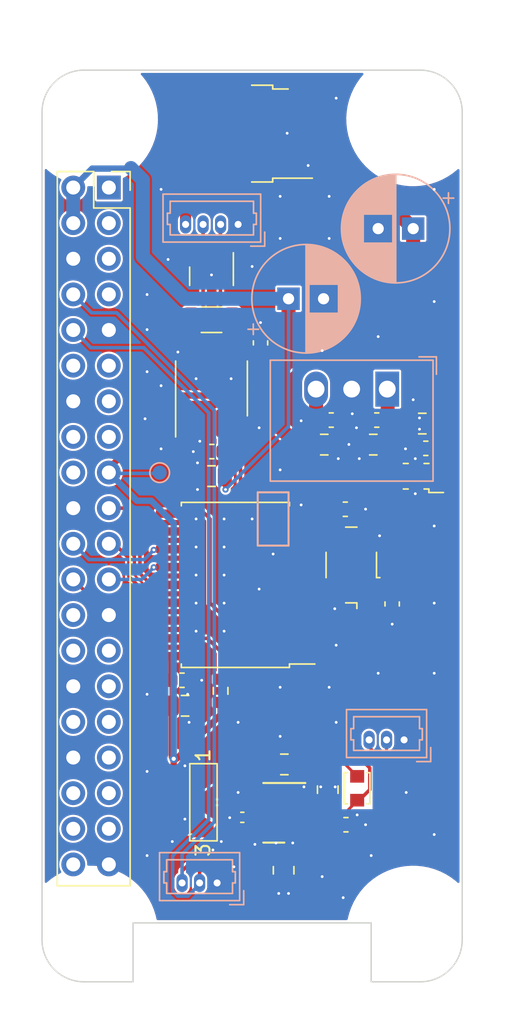
<source format=kicad_pcb>
(kicad_pcb (version 20211014) (generator pcbnew)
  (layers (0 "F.Cu" power) (1 "In1.Cu" signal) (2 "In2.Cu" signal) (31 "B.Cu" power) (34 "B.Paste" user) (35 "F.Paste" user) (36 "B.SilkS" user "B.Silkscreen") (37 "F.SilkS" user "F.Silkscreen") (38 "B.Mask" user) (39 "F.Mask" user) (44 "Edge.Cuts" user))
  (net 0 "")
  (net 1 "/+12_F")
  (net 2 "GND")
  (net 3 "/OSC_IN")
  (net 4 "/OSC_OUT")
  (net 5 "+3V3")
  (net 6 "+12V")
  (net 7 "+5V")
  (net 8 "Net-(C17-Pad1)")
  (net 9 "Net-(C17-Pad2)")
  (net 10 "Net-(C18-Pad2)")
  (net 11 "Net-(C19-Pad2)")
  (net 12 "/CAN_L")
  (net 13 "/CAN_H")
  (net 14 "/RX")
  (net 15 "/TX")
  (net 16 "/12V_IN")
  (net 20 "/RTS")
  (net 26 "/SPI_MOSI")
  (net 27 "/SPI_MISO")
  (net 28 "/INT")
  (net 29 "/SPI_SCLK")
  (net 30 "/SPI_CE0")
  (net 39 "/CTS")
  (net 43 "/RSRX")
  (net 44 "/RSTX")
  (net 45 "Net-(JP1-Pad2)")
  (net 46 "/~{RESET}")
  (net 47 "/CAN_TX")
  (net 48 "/CAN_RX")
  (footprint "Package_DFN_QFN:DFN-12-1EP_3x4mm_P0.5mm_EP1.7x3.3mm" (layer "F.Cu") (at 17.3 52.95 180)
    (fp_text reference "U4" hide)
    (fp_text value "LTC280X" hide)
  )
  (footprint "Inductor_SMD:L_Murata_LQH2MCNxxxx02_2.0x1.6mm" (layer "F.Cu") (at 22.5 51.2 -90)
    (fp_text reference "L1" hide)
    (fp_text value "10u" hide)
  )
  (footprint "Resistor_SMD:R_0603_1608Metric" (layer "F.Cu") (at 12.75 44.255463 90)
    (fp_text reference "R2" hide)
    (fp_text value "10k" hide)
  )
  (footprint "Capacitor_SMD:C_0805_2012Metric" (layer "F.Cu") (at 23.65 26.7 180)
    (fp_text reference "C7" hide)
    (fp_text value "4.7uF / 35V" hide)
  )
  (footprint "Capacitor_SMD:C_0603_1608Metric" (layer "F.Cu") (at 23.9 24.95 180)
    (fp_text reference "C8" hide)
    (fp_text value "100nF / 35V" hide)
  )
  (footprint "Capacitor_SMD:C_0805_2012Metric" (layer "F.Cu") (at 12.100095 28.946257)
    (fp_text reference "C9" hide)
    (fp_text value "4.7uF / 10V" hide)
  )
  (footprint "Capacitor_SMD:C_0603_1608Metric" (layer "F.Cu") (at 21.653299 31.308178)
    (fp_text reference "C3" hide)
    (fp_text value "22pF / 10V" hide)
  )
  (footprint "Capacitor_SMD:C_0603_1608Metric" (layer "F.Cu") (at 20.65 24.95)
    (fp_text reference "C13" hide)
    (fp_text value "100nF / 10V" hide)
  )
  (footprint "Capacitor_SMD:C_0805_2012Metric" (layer "F.Cu") (at 20.15 26.7 180)
    (fp_text reference "C14" hide)
    (fp_text value "4.7uF / 10V" hide)
  )
  (footprint "Package_SO:SOIC-18W_7.5x11.6mm_P1.27mm" (layer "F.Cu") (at 13.804402 36.702492 180)
    (fp_text reference "U2" hide)
    (fp_text value "MCP2515-xSO" hide)
  )
  (footprint "Capacitor_SMD:C_0603_1608Metric" (layer "F.Cu") (at 27.4 26.965 180)
    (fp_text reference "C5" hide)
    (fp_text value "100nF / 35V" hide)
  )
  (footprint "ownLib:Crystal_SMD_Abracon_ABM3B-4Pin_5.0x3.2mm" (layer "F.Cu") (at 22.079969 35.282723 90)
    (fp_text reference "Y1" hide)
    (fp_text value "16MHz" hide)
  )
  (footprint "Resistor_SMD:R_1206_3216Metric" (layer "F.Cu") (at 12.100095 17.796257)
    (fp_text reference "R1" hide)
    (fp_text value "120R" hide)
  )
  (footprint "Capacitor_SMD:C_0603_1608Metric" (layer "F.Cu") (at 12.125095 27.196257)
    (fp_text reference "C10" hide)
    (fp_text value "100nF / 10V" hide)
  )
  (footprint "Capacitor_SMD:C_0402_1005Metric" (layer "F.Cu") (at 14.299532 53.273825)
    (fp_text reference "C16" hide)
    (fp_text value "220nF / 6.3 V" hide)
  )
  (footprint "Package_TO_SOT_SMD:SOT-23" (layer "F.Cu") (at 12.100095 14.696257 -90)
    (fp_text reference "D1" hide)
    (fp_text value "PESD2CAN" hide)
  )
  (footprint "Capacitor_SMD:C_0805_2012Metric" (layer "F.Cu") (at 27.15 25.2)
    (fp_text reference "C2" hide)
    (fp_text value "4.7uF / 35V" hide)
  )
  (footprint "Capacitor_SMD:C_0603_1608Metric" (layer "F.Cu") (at 21.7 53.8)
    (fp_text reference "C20" hide)
    (fp_text value "1uF / 10 V" hide)
  )
  (footprint "Capacitor_SMD:C_0603_1608Metric" (layer "F.Cu") (at 24.997939 38.060301 -90)
    (fp_text reference "C4" hide)
    (fp_text value "22pF / 10V" hide)
  )
  (footprint "Capacitor_SMD:C_0805_2012Metric" (layer "F.Cu") (at 10.215714 45.319496 180)
    (fp_text reference "C11" hide)
    (fp_text value "4.7uF / 10V" hide)
  )
  (footprint "ownLib:Raspberry_Pi_Zero_RightDesign" (layer "F.Cu") (at 0 0)
    (fp_text reference "J3" hide)
    (fp_text value "Raspberry_Pi_2_3" hide)
    (fp_line (start 30 62) (end 30 3) (layer "Edge.Cuts") (width 0.1))
    (fp_line (start 23.5 65) (end 27 65) (layer "Edge.Cuts") (width 0.1))
    (fp_line (start 6.5 60.8) (end 6.5 65) (layer "Edge.Cuts") (width 0.1))
    (fp_line (start 6.5 65) (end 3 65) (layer "Edge.Cuts") (width 0.1))
    (fp_line (start 6.5 60.8) (end 23.5 60.8) (layer "Edge.Cuts") (width 0.1))
    (fp_line (start 0 62) (end 0 3) (layer "Edge.Cuts") (width 0.1))
    (fp_line (start 23.5 65) (end 23.5 60.8) (layer "Edge.Cuts") (width 0.1))
    (fp_line (start 3 0) (end 27 0) (layer "Edge.Cuts") (width 0.1))
    (fp_arc (start 27 0) (mid 29.12132 0.87868) (end 30 3) (layer "Edge.Cuts") (width 0.1))
    (fp_arc (start 30 62) (mid 29.12132 64.12132) (end 27 65) (layer "Edge.Cuts") (width 0.1))
    (fp_arc (start 0 3) (mid 0.87868 0.87868) (end 3 0) (layer "Edge.Cuts") (width 0.1))
    (fp_arc (start 3 65) (mid 0.87868 64.12132) (end 0 62) (layer "Edge.Cuts") (width 0.1))
  )
  (footprint "Capacitor_SMD:C_0805_2012Metric" (layer "F.Cu") (at 17.3 49.5)
    (fp_text reference "C17" hide)
    (fp_text value "220nF / 50 V" hide)
  )
  (footprint "Package_SO:SOIC-8_3.9x4.9mm_P1.27mm" (layer "F.Cu") (at 12.100095 22.696257 90)
    (fp_text reference "U1" hide)
    (fp_text value "MCP2558FD-xSN" hide)
  )
  (footprint "Jumper:SolderJumper-3_P2.0mm_Open_TrianglePad1.0x1.5mm_NumberLabels" (layer "F.Cu") (at 11.5 52.2 -90)
    (fp_text reference "JP1" hide)
    (fp_text value "Jumper_3_Open" hide)
  )
  (footprint "Capacitor_SMD:C_0603_1608Metric" (layer "F.Cu") (at 15.600095 19.446257 90)
    (fp_text reference "C6" hide)
    (fp_text value "100nF / 10V" hide)
  )
  (footprint "Capacitor_SMD:C_0805_2012Metric" (layer "F.Cu") (at 20.4 51.3 -90)
    (fp_text reference "C19" hide)
    (fp_text value "1uF / 24V" hide)
  )
  (footprint "Package_TO_SOT_SMD:TO-252-2" (layer "F.Cu") (at 14 4.525 180)
    (fp_text reference "Q1" hide)
    (fp_text value "FDD4243" hide)
  )
  (footprint "Capacitor_SMD:C_0805_2012Metric" (layer "F.Cu") (at 17.249286 57.048788 90)
    (fp_text reference "C18" hide)
    (fp_text value "1uF / 24V" hide)
  )
  (footprint "ownLib:3Pole_F1206" (layer "F.Cu") (at 26.71 28.955 180)
    (fp_text reference "FL1" hide)
    (fp_text value "EMI_Filter_LCL" hide)
  )
  (footprint "Capacitor_SMD:C_0603_1608Metric" (layer "F.Cu") (at 10 43.5 180)
    (fp_text reference "C12" hide)
    (fp_text value "100nF / 10V" hide)
  )
  (footprint "TestPoint:TestPoint_Pad_D1.0mm" (layer "B.Cu") (at 8.4 28.7 90)
    (fp_text reference "TP1" hide)
    (fp_text value "+3V3" hide)
  )
  (footprint "TestPoint:TestPoint_Keystone_5015_Micro-Minature" (layer "B.Cu") (at 16.5 32 -90)
    (fp_text reference "TP2" hide)
    (fp_text value "GND" hide)
  )
  (footprint "Converter_DCDC:Converter_DCDC_RECOM_R-78B-2.0_THT" (layer "B.Cu") (at 24.6475 22.7425 180)
    (fp_text reference "U3" hide)
    (fp_text value "R-78B5.0-2.0" hide)
  )
  (footprint "Connector_Molex:Molex_PicoBlade_53047-0310_1x03_P1.25mm_Vertical" (layer "B.Cu") (at 25.85 47.75 180)
    (fp_text reference "J4" hide)
    (fp_text value "Uart" hide)
  )
  (footprint "Capacitor_THT:CP_Radial_D7.5mm_P2.50mm" (layer "B.Cu") (at 26.5 11.3 180)
    (fp_text reference "C1" hide)
    (fp_text value "100uF / 35V" hide)
  )
  (footprint "Capacitor_THT:CP_Radial_D7.5mm_P2.50mm" (layer "B.Cu") (at 17.6 16.3)
    (fp_text reference "C15" hide)
    (fp_text value "470uF / 10V" hide)
  )
  (footprint "Connector_Molex:Molex_PicoBlade_53047-0410_1x04_P1.25mm_Vertical" (layer "B.Cu") (at 14 11 180)
    (fp_text reference "J2" hide)
    (fp_text value "Conn_01x04_MountingPin" hide)
  )
  (footprint "Connector_Molex:Molex_PicoBlade_53047-0310_1x03_P1.25mm_Vertical" (layer "B.Cu") (at 12.5 57.95 180)
    (fp_text reference "J1" hide)
    (fp_text value "Uart" hide)
  )
  (segment (start 28.175 26.965) (end 28.175 28.92) (width 1) (layer "F.Cu") (net 1))
  (segment (start 26.5 18.3) (end 28.1 19.9) (width 1) (layer "F.Cu") (net 1))
  (segment (start 18.2 2.245) (end 18.2 3.845) (width 1) (layer "F.Cu") (net 1))
  (segment (start 28.175 28.92) (end 28.21 28.955) (width 1) (layer "F.Cu") (net 1))
  (segment (start 18.2 3.845) (end 23.355 9) (width 1) (layer "F.Cu") (net 1))
  (segment (start 26.5 11.3) (end 26.5 18.3) (width 1) (layer "F.Cu") (net 1))
  (segment (start 23.355 9) (end 24.2 9) (width 1) (layer "F.Cu") (net 1))
  (segment (start 28.1 26.89) (end 28.175 26.965) (width 1) (layer "F.Cu") (net 1))
  (segment (start 28.1 25.2) (end 28.1 26.89) (width 1) (layer "F.Cu") (net 1))
  (segment (start 24.2 9) (end 26.5 11.3) (width 1) (layer "F.Cu") (net 1))
  (segment (start 28.1 19.9) (end 28.1 25.2) (width 1) (layer "F.Cu") (net 1))
  (segment (start 24 11.3) (end 23.938606 11.361394) (width 1) (layer "F.Cu") (net 2))
  (via (at 13 34) (size 0.45) (drill 0.2) (layers "F.Cu" "B.Cu") (net 2))
  (via (at 18.5 25) (size 0.45) (drill 0.2) (layers "F.Cu" "B.Cu") (net 2))
  (via (at 20 20) (size 0.45) (drill 0.2) (layers "F.Cu" "B.Cu") (net 2))
  (via (at 21 46.5) (size 0.45) (drill 0.2) (layers "F.Cu" "B.Cu") (net 2))
  (via (at 10.4 44.5) (size 0.45) (drill 0.2) (layers "F.Cu" "B.Cu") (net 2))
  (via (at 15.5 37) (size 0.45) (drill 0.2) (layers "F.Cu" "B.Cu") (net 2))
  (via (at 15 32) (size 0.45) (drill 0.2) (layers "F.Cu" "B.Cu") (net 2))
  (via (at 21 2) (size 0.45) (drill 0.2) (layers "F.Cu" "B.Cu") (net 2))
  (via (at 28 43) (size 0.45) (drill 0.2) (layers "F.Cu" "B.Cu") (net 2))
  (via (at 7.5 16) (size 0.45) (drill 0.2) (layers "F.Cu" "B.Cu") (net 2))
  (via (at 7.5 56) (size 0.45) (drill 0.2) (layers "F.Cu" "B.Cu") (net 2))
  (via (at 21.15 27.7) (size 0.45) (drill 0.2) (layers "F.Cu" "B.Cu") (net 2))
  (via (at 26.65 27.7) (size 0.45) (drill 0.2) (layers "F.Cu" "B.Cu") (net 2))
  (via (at 16.9 58.7) (size 0.45) (drill 0.2) (layers "F.Cu" "B.Cu") (net 2))
  (via (at 24 43) (size 0.45) (drill 0.2) (layers "F.Cu" "B.Cu") (net 2))
  (via (at 25.95 27) (size 0.45) (drill 0.2) (layers "F.Cu" "B.Cu") (net 2))
  (via (at 12.1 14.6) (size 0.45) (drill 0.2) (layers "F.Cu" "B.Cu") (net 2))
  (via (at 11 34) (size 0.45) (drill 0.2) (layers "F.Cu" "B.Cu") (net 2))
  (via (at 11.1 29.9) (size 0.45) (drill 0.2) (layers "F.Cu" "B.Cu") (net 2))
  (via (at 17 47.5) (size 0.45) (drill 0.2) (layers "F.Cu" "B.Cu") (net 2))
  (via (at 18.5 31) (size 0.45) (drill 0.2) (layers "F.Cu" "B.Cu") (net 2))
  (via (at 11 40) (size 0.45) (drill 0.2) (layers "F.Cu" "B.Cu") (net 2))
  (via (at 19.899051 51.10085) (size 0.45) (drill 0.2) (layers "F.Cu" "B.Cu") (net 2))
  (via (at 20.9 38.4) (size 0.45) (drill 0.2) (layers "F.Cu" "B.Cu") (net 2))
  (via (at 17 9) (size 0.45) (drill 0.2) (layers "F.Cu" "B.Cu") (net 2))
  (via (at 11 22) (size 0.45) (drill 0.2) (layers "F.Cu" "B.Cu") (net 2))
  (via (at 11 36) (size 0.45) (drill 0.2) (layers "F.Cu" "B.Cu") (net 2))
  (via (at 11.4 43.5) (size 0.45) (drill 0.2) (layers "F.Cu" "B.Cu") (net 2))
  (via (at 14 51.5) (size 0.45) (drill 0.2) (layers "F.Cu" "B.Cu") (net 2))
  (via (at 13.5 22) (size 0.45) (drill 0.2) (layers "F.Cu" "B.Cu") (net 2))
  (via (at 7.5 44.5) (size 0.45) (drill 0.2) (layers "F.Cu" "B.Cu") (net 2))
  (via (at 21 41) (size 0.45) (drill 0.2) (layers "F.Cu" "B.Cu") (net 2))
  (via (at 11 38) (size 0.45) (drill 0.2) (layers "F.Cu" "B.Cu") (net 2))
  (via (at 8.5 8.5) (size 0.45) (drill 0.2) (layers "F.Cu" "B.Cu") (net 2))
  (via (at 17.5 4.5) (size 0.45) (drill 0.2) (layers "F.Cu" "B.Cu") (net 2))
  (via (at 11.1 28) (size 0.45) (drill 0.2) (layers "F.Cu" "B.Cu") (net 2))
  (via (at 7.5 18.5) (size 0.45) (drill 0.2) (layers "F.Cu" "B.Cu") (net 2))
  (via (at 16.5 34.5) (size 0.45) (drill 0.2) (layers "F.Cu" "B.Cu") (net 2))
  (via (at 28 54.5) (size 0.45) (drill 0.2) (layers "F.Cu" "B.Cu") (net 2))
  (via (at 18.7 51.1) (size 0.45) (drill 0.2) (layers "F.Cu" "B.Cu") (net 2))
  (via (at 8.5 22.5) (size 0.45) (drill 0.2) (layers "F.Cu" "B.Cu") (net 2))
  (via (at 9.7 20.1) (size 0.45) (drill 0.2) (layers "F.Cu" "B.Cu") (net 2))
  (via (at 13.7 56.8) (size 0.45) (drill 0.2) (layers "F.Cu" "B.Cu") (net 2))
  (via (at 16.7 55.1) (size 0.45) (drill 0.2) (layers "F.Cu" "B.Cu") (net 2))
  (via (at 11.264889 26.45848) (size 0.45) (drill 0.2) (layers "F.Cu" "B.Cu") (net 2))
  (via (at 17.6 58.7) (size 0.45) (drill 0.2) (layers "F.Cu" "B.Cu") (net 2))
  (via (at 13 36) (size 0.45) (drill 0.2) (layers "F.Cu" "B.Cu") (net 2))
  (via (at 28 8.5) (size 0.45) (drill 0.2) (layers "F.Cu" "B.Cu") (net 2))
  (via (at 21.91051 26.688676) (size 0.45) (drill 0.2) (layers "F.Cu" "B.Cu") (net 2))
  (via (at 12.8 55) (size 0.45) (drill 0.2) (layers "F.Cu" "B.Cu") (net 2))
  (via (at 11 32) (size 0.45) (drill 0.2) (layers "F.Cu" "B.Cu") (net 2))
  (via (at 13 40) (size 0.45) (drill 0.2) (layers "F.Cu" "B.Cu") (net 2))
  (via (at 28 38) (size 0.45) (drill 0.2) (layers "F.Cu" "B.Cu") (net 2))
  (via (at 22.45 25.5) (size 0.45) (drill 0.2) (layers "F.Cu" "B.Cu") (net 2))
  (via (at 13 32) (size 0.45) (drill 0.2) (layers "F.Cu" "B.Cu") (net 2))
  (via (at 7.5 21.5) (size 0.45) (drill 0.2) (layers "F.Cu" "B.Cu") (net 2))
  (via (at 24.1 33.2) (size 0.45) (drill 0.2) (layers "F.Cu" "B.Cu") (net 2))
  (via (at 7.5 50) (size 0.45) (drill 0.2) (layers "F.Cu" "B.Cu") (net 2))
  (via (at 9.3 55) (size 0.45) (drill 0.2) (layers "F.Cu" "B.Cu") (net 2))
  (via (at 15.2 55.2) (size 0.45) (drill 0.2) (layers "F.Cu" "B.Cu") (net 2))
  (via (at 20.929965 51.103651) (size 0.45) (drill 0.2) (layers "F.Cu" "B.Cu") (net 2))
  (via (at 8.5 27) (size 0.45) (drill 0.2) (layers "F.Cu" "B.Cu") (net 2))
  (via (at 15.5 25.5) (size 0.45) (drill 0.2) (layers "F.Cu" "B.Cu") (net 2))
  (via (at 17 44) (size 0.45) (drill 0.2) (layers "F.Cu" "B.Cu") (net 2))
  (via (at 22.65 27.7) (size 0.45) (drill 0.2) (layers "F.Cu" "B.Cu") (net 2))
  (via (at 17 12) (size 0.45) (drill 0.2) (layers "F.Cu" "B.Cu") (net 2))
  (via (at 20.5 9) (size 0.45) (drill 0.2) (layers "F.Cu" "B.Cu") (net 2))
  (via (at 21.5 59) (size 0.45) (drill 0.2) (layers "F.Cu" "B.Cu") (net 2))
  (via (at 20.5 12) (size 0.45) (drill 0.2) (layers "F.Cu" "B.Cu") (net 2))
  (via (at 20.5 44) (size 0.45) (drill 0.2) (layers "F.Cu" "B.Cu") (net 2))
  (via (at 15.6 18) (size 0.45) (drill 0.2) (layers "F.Cu" "B.Cu") (net 2))
  (via (at 12.2 55.6) (size 0.45) (drill 0.2) (layers "F.Cu" "B.Cu") (net 2))
  (via (at 9 13.5) (size 0.45) (drill 0.2) (layers "F.Cu" "B.Cu") (net 2))
  (via (at 7.356089 24.856089) (size 0.45) (drill 0.2) (layers "F.Cu" "B.Cu") (net 2))
  (via (at 19 6.8) (size 0.45) (drill 0.2) (layers "F.Cu" "B.Cu") (net 2))
  (via (at 28 32.5) (size 0.45) (drill 0.2) (layers "F.Cu" "B.Cu") (net 2))
  (via (at 15 14) (size 0.45) (drill 0.2) (layers "F.Cu" "B.Cu") (net 2))
  (via (at 13 38) (size 0.45) (drill 0.2) (layers "F.Cu" "B.Cu") (net 2))
  (via (at 13.4 53.3) (size 0.45) (drill 0.2) (layers "F.Cu" "B.Cu") (net 2))
  (via (at 23.1 31.3) (size 0.45) (drill 0.2) (layers "F.Cu" "B.Cu") (net 2))
  (via (at 24 19) (size 0.45) (drill 0.2) (layers "F.Cu" "B.Cu") (net 2))
  (via (at 17.9 55.1) (size 0.45) (drill 0.2) (layers "F.Cu" "B.Cu") (net 2))
  (via (at 10.5 46.5) (size 0.45) (drill 0.2) (layers "F.Cu" "B.Cu") (net 2))
  (via (at 26.95 24.8) (size 0.45) (drill 0.2) (layers "F.Cu" "B.Cu") (net 2))
  (via (at 25 39.5) (size 0.45) (drill 0.2) (layers "F.Cu" "B.Cu") (net 2))
  (via (at 26 51.5) (size 0.45) (drill 0.2) (layers "F.Cu" "B.Cu") (net 2))
  (via (at 26.95 25.6) (size 0.45) (drill 0.2) (layers "F.Cu" "B.Cu") (net 2))
  (via (at 20 57.5) (size 0.45) (drill 0.2) (layers "F.Cu" "B.Cu") (net 2))
  (via (at 26.65 30.2) (size 0.45) (drill 0.2) (layers "F.Cu" "B.Cu") (net 2))
  (via (at 14 46.5) (size 0.45) (drill 0.2) (layers "F.Cu" "B.Cu") (net 2))
  (via (at 22.5 53.1) (size 0.45) (drill 0.2) (layers "F.Cu" "B.Cu") (net 2))
  (via (at 23.1 53.8) (size 0.45) (drill 0.2) (layers "F.Cu" "B.Cu") (net 2))
  (via (at 28 16.5) (size 0.45) (drill 0.2) (layers "F.Cu" "B.Cu") (net 2))
  (via (at 10.2 49.6) (size 0.45) (drill 0.2) (layers "F.Cu" "B.Cu") (net 2))
  (via (at 10.8 27.2) (size 0.45) (drill 0.2) (layers "F.Cu" "B.Cu") (net 2))
  (via (at 26.5 23.5) (size 0.45) (drill 0.2) (layers "F.Cu" "B.Cu") (net 2))
  (via (at 23.5 56) (size 0.45) (drill 0.2) (layers "F.Cu" "B.Cu") (net 2))
  (via (at 17 28.5) (size 0.45) (drill 0.2) (layers "F.Cu" "B.Cu") (net 2))
  (via (at 22.15 24.5) (size 0.45) (drill 0.2) (layers "F.Cu" "B.Cu") (net 2))
  (via (at 10.2 53.4) (size 0.45) (drill 0.2) (layers "F.Cu" "B.Cu") (net 2))
  (segment (start 20.082723 33.282723) (end 20.879969 33.282723) (width 0.25) (layer "F.Cu") (net 3))
  (segment (start 20.878299 33.281053) (end 20.879969 33.282723) (width 0.25) (layer "F.Cu") (net 3))
  (segment (start 20.878299 31.308178) (end 20.878299 33.281053) (width 0.25) (layer "F.Cu") (net 3))
  (segment (start 18.454402 32.892492) (end 19.692492 32.892492) (width 0.25) (layer "F.Cu") (net 3))
  (segment (start 19.692492 32.892492) (end 20.082723 33.282723) (width 0.25) (layer "F.Cu") (net 3))
  (segment (start 19.9 38.4) (end 19.9 34.4) (width 0.25) (layer "F.Cu") (net 4))
  (segment (start 24.995361 37.282723) (end 24.997939 37.285301) (width 0.25) (layer "F.Cu") (net 4))
  (segment (start 20.7 39.2) (end 19.9 38.4) (width 0.25) (layer "F.Cu") (net 4))
  (segment (start 23.279969 38.820031) (end 22.9 39.2) (width 0.25) (layer "F.Cu") (net 4))
  (segment (start 19.662492 34.162492) (end 18.454402 34.162492) (width 0.25) (layer "F.Cu") (net 4))
  (segment (start 22.9 39.2) (end 20.7 39.2) (width 0.25) (layer "F.Cu") (net 4))
  (segment (start 19.9 34.4) (end 19.662492 34.162492) (width 0.25) (layer "F.Cu") (net 4))
  (segment (start 23.279969 37.282723) (end 23.279969 38.820031) (width 0.25) (layer "F.Cu") (net 4))
  (segment (start 23.279969 37.282723) (end 24.995361 37.282723) (width 0.25) (layer "F.Cu") (net 4))
  (segment (start 9.265714 45.319496) (end 9.265714 48.965714) (width 0.45) (layer "F.Cu") (net 5))
  (segment (start 14.779532 53.273825) (end 15.226175 53.273825) (width 0.25) (layer "F.Cu") (net 5))
  (segment (start 9.4 53.7) (end 9.9 54.2) (width 0.45) (layer "F.Cu") (net 5))
  (segment (start 15.226175 53.273825) (end 15.3 53.2) (width 0.25) (layer "F.Cu") (net 5))
  (segment (start 9.154402 43.429402) (end 9.225 43.5) (width 0.25) (layer "F.Cu") (net 5))
  (segment (start 9.6 49.1) (end 9.4 49.1) (width 0.45) (layer "F.Cu") (net 5))
  (segment (start 15.600095 22.499905) (end 14.9 23.2) (width 0.45) (layer "F.Cu") (net 5))
  (segment (start 9.9 54.2) (end 11.5 54.2) (width 0.45) (layer "F.Cu") (net 5))
  (segment (start 11.5 54.2) (end 13.853357 54.2) (width 0.25) (layer "F.Cu") (net 5))
  (segment (start 9.225 43.5) (end 9.225 45.278782) (width 0.25) (layer "F.Cu") (net 5))
  (segment (start 9.225 45.278782) (end 9.265714 45.319496) (width 0.25) (layer "F.Cu") (net 5))
  (segment (start 4.77 28.4) (end 4.77 28.69) (width 0.45) (layer "F.Cu") (net 5))
  (segment (start 15.3 53.2) (end 15.85 53.2) (width 0.25) (layer "F.Cu") (net 5))
  (segment (start 9.97 23.2) (end 4.77 28.4) (width 0.45) (layer "F.Cu") (net 5))
  (segment (start 13.853357 54.2) (end 14.779532 53.273825) (width 0.25) (layer "F.Cu") (net 5))
  (segment (start 14.9 23.2) (end 9.97 23.2) (width 0.45) (layer "F.Cu") (net 5))
  (segment (start 9.4 49.1) (end 9.4 53.7) (width 0.45) (layer "F.Cu") (net 5))
  (segment (start 12.75 45.080463) (end 12.75 45.95) (width 0.45) (layer "F.Cu") (net 5))
  (segment (start 15.600095 20.221257) (end 14.005095 20.221257) (width 0.25) (layer "F.Cu") (net 5))
  (segment (start 12.75 45.95) (end 9.6 49.1) (width 0.45) (layer "F.Cu") (net 5))
  (segment (start 15.600095 20.221257) (end 15.600095 22.499905) (width 0.45) (layer "F.Cu") (net 5))
  (segment (start 9.154402 41.782492) (end 9.154402 43.429402) (width 0.25) (layer "F.Cu") (net 5))
  (segment (start 9.265714 48.965714) (end 9.4 49.1) (width 0.45) (layer "F.Cu") (net 5))
  (via (at 9.4 49.1) (size 0.6) (drill 0.3) (layers "F.Cu" "B.Cu") (net 5))
  (segment (start 8.35 28.75) (end 4.83 28.75) (width 0.25) (layer "B.Cu") (net 5))
  (segment (start 6.8 30.7) (end 7.8 30.7) (width 0.45) (layer "B.Cu") (net 5))
  (segment (start 6.78 30.7) (end 6.8 30.7) (width 0.45) (layer "B.Cu") (net 5))
  (segment (start 9.4 32.3) (end 9.4 49.1) (width 0.45) (layer "B.Cu") (net 5))
  (segment (start 8.4 28.7) (end 8.35 28.75) (width 0.25) (layer "B.Cu") (net 5))
  (segment (start 7.8 30.7) (end 9.4 32.3) (width 0.45) (layer "B.Cu") (net 5))
  (segment (start 4.83 28.75) (end 4.77 28.69) (width 0.25) (layer "B.Cu") (net 5))
  (segment (start 4.77 28.69) (end 6.78 30.7) (width 0.45) (layer "B.Cu") (net 5))
  (segment (start 24.675 22.77) (end 24.6475 22.7425) (width 1) (layer "F.Cu") (net 6))
  (segment (start 24.6 26.7) (end 24.6 25.025) (width 1) (layer "F.Cu") (net 6))
  (segment (start 24.6 25.025) (end 24.675 24.95) (width 1) (layer "F.Cu") (net 6))
  (segment (start 25.21 28.955) (end 25.21 28.26) (width 1) (layer "F.Cu") (net 6))
  (segment (start 24.6 27.65) (end 24.6 26.7) (width 1) (layer "F.Cu") (net 6))
  (segment (start 25.21 28.26) (end 24.6 27.65) (width 1) (layer "F.Cu") (net 6))
  (segment (start 24.675 24.95) (end 24.675 22.77) (width 1) (layer "F.Cu") (net 6))
  (segment (start 12.900095 28.796257) (end 13.050095 28.946257) (width 0.25) (layer "F.Cu") (net 7))
  (segment (start 13.050095 29.850095) (end 13.1 29.9) (width 0.25) (layer "F.Cu") (net 7))
  (segment (start 19.2 26.7) (end 18.2 26.7) (width 1) (layer "F.Cu") (net 7))
  (segment (start 20.4 53.2) (end 18.75 53.2) (width 0.2) (layer "F.Cu") (net 7))
  (segment (start 20.925 53.725) (end 20.4 53.2) (width 0.2) (layer "F.Cu") (net 7))
  (segment (start 21.7 47.4) (end 21.7 48.05) (width 0.25) (layer "F.Cu") (net 7))
  (segment (start 21.7 48.05) (end 23.4 49.75) (width 0.25) (layer "F.Cu") (net 7))
  (segment (start 12.735095 27.031257) (end 12.900095 27.196257) (width 0.25) (layer "F.Cu") (net 7))
  (segment (start 19.2 29) (end 20.3 30.1) (width 0.25) (layer "F.Cu") (net 7))
  (segment (start 26.1 43) (end 21.7 47.4) (width 0.25) (layer "F.Cu") (net 7))
  (segment (start 12.735095 25.171257) (end 12.735095 27.031257) (width 0.25) (layer "F.Cu") (net 7))
  (segment (start 19.5675 22.7425) (end 19.5675 24.6425) (width 1) (layer "F.Cu") (net 7))
  (segment (start 20.925 53.8) (end 20.925 53.725) (width 0.2) (layer "F.Cu") (net 7))
  (segment (start 22.65 52.05) (end 22.5 52.05) (width 0.25) (layer "F.Cu") (net 7))
  (segment (start 12.900095 27.196257) (end 12.900095 28.796257) (width 0.25) (layer "F.Cu") (net 7))
  (segment (start 19.5675 24.6425) (end 19.875 24.95) (width 1) (layer "F.Cu") (net 7))
  (segment (start 19.875 26.025) (end 19.2 26.7) (width 1) (layer "F.Cu") (net 7))
  (segment (start 17 21.4) (end 17.6 20.8) (width 1) (layer "F.Cu") (net 7))
  (segment (start 19.875 24.95) (end 19.875 26.025) (width 1) (layer "F.Cu") (net 7))
  (segment (start 20.3 30.1) (end 23.7 30.1) (width 0.25) (layer "F.Cu") (net 7))
  (segment (start 26.1 32.5) (end 26.1 43) (width 0.25) (layer "F.Cu") (net 7))
  (segment (start 19.2 26.7) (end 19.2 29) (width 0.25) (layer "F.Cu") (net 7))
  (segment (start 23.4 49.75) (end 23.4 51.3) (width 0.25) (layer "F.Cu") (net 7))
  (segment (start 17.6 20.8) (end 17.6 16.3) (width 1) (layer "F.Cu") (net 7))
  (segment (start 23.7 30.1) (end 26.1 32.5) (width 0.25) (layer "F.Cu") (net 7))
  (segment (start 17 25.5) (end 17 21.4) (width 1) (layer "F.Cu") (net 7))
  (segment (start 20.925 53.675) (end 20.925 53.8) (width 0.2) (layer "F.Cu") (net 7))
  (segment (start 23.4 51.3) (end 22.65 52.05) (width 0.25) (layer "F.Cu") (net 7))
  (segment (start 22.5 52.05) (end 22.5 52.1) (width 0.2) (layer "F.Cu") (net 7))
  (segment (start 13.050095 28.946257) (end 13.050095 29.850095) (width 0.25) (layer "F.Cu") (net 7))
  (segment (start 18.2 26.7) (end 17 25.5) (width 1) (layer "F.Cu") (net 7))
  (segment (start 22.5 52.1) (end 20.925 53.675) (width 0.2) (layer "F.Cu") (net 7))
  (via (at 13.1 29.9) (size 0.45) (drill 0.2) (layers "F.Cu" "B.Cu") (net 7))
  (segment (start 3.58 7.02) (end 6.31 7.02) (width 0.45) (layer "B.Cu") (net 7))
  (segment (start 7.2 7.83) (end 6.35 6.98) (width 1) (layer "B.Cu") (net 7))
  (segment (start 6.31 7.02) (end 6.35 6.98) (width 0.45) (layer "B.Cu") (net 7))
  (segment (start 13.1 29.9) (end 17.6 25.4) (width 0.25) (layer "B.Cu") (net 7))
  (segment (start 2.23 8.37) (end 3.58 7.02) (width 0.45) (layer "B.Cu") (net 7))
  (segment (start 17.6 16.3) (end 10.2 16.3) (width 1) (layer "B.Cu") (net 7))
  (segment (start 2.23 8.37) (end 2.23 10.91) (width 1) (layer "B.Cu") (net 7))
  (segment (start 10.2 16.3) (end 7.2 13.3) (width 1) (layer "B.Cu") (net 7))
  (segment (start 17.6 25.4) (end 17.6 16.3) (width 0.25) (layer "B.Cu") (net 7))
  (segment (start 7.2 13.3) (end 7.2 7.83) (width 1) (layer "B.Cu") (net 7))
  (segment (start 16.35 49.5) (end 16.35 50.55) (width 0.2) (layer "F.Cu") (net 8))
  (segment (start 16.35 50.55) (end 15.85 51.05) (width 0.2) (layer "F.Cu") (net 8))
  (segment (start 15.85 51.05) (end 15.85 51.7) (width 0.2) (layer "F.Cu") (net 8))
  (segment (start 19.4 52.1) (end 19.4 49.6) (width 0.2) (layer "F.Cu") (net 9))
  (segment (start 21.65 49.5) (end 22.5 50.35) (width 0.2) (layer "F.Cu") (net 9))
  (segment (start 18.75 52.2) (end 19.3 52.2) (width 0.2) (layer "F.Cu") (net 9))
  (segment (start 19.3 52.2) (end 19.4 52.1) (width 0.2) (layer "F.Cu") (net 9))
  (segment (start 18.25 49.5) (end 21.65 49.5) (width 0.2) (layer "F.Cu") (net 9))
  (segment (start 17.3 56.048074) (end 17.249286 56.098788) (width 0.25) (layer "F.Cu") (net 10))
  (segment (start 17.3 52.95) (end 17.3 56.048074) (width 0.25) (layer "F.Cu") (net 10))
  (segment (start 18.75 52.7) (end 19.95 52.7) (width 0.2) (layer "F.Cu") (net 11))
  (segment (start 19.95 52.7) (end 20.4 52.25) (width 0.2) (layer "F.Cu") (net 11))
  (segment (start 12.766447 17.796257) (end 12.735095 17.764905) (width 0.25) (layer "F.Cu") (net 12))
  (segment (start 13.562595 17.796257) (end 12.766447 17.796257) (width 0.25) (layer "F.Cu") (net 12))
  (segment (start 12.735095 20.221257) (end 12.735095 17.764905) (width 0.25) (layer "F.Cu") (net 12))
  (segment (start 12.735095 11.014905) (end 12.75 11) (width 0.25) (layer "F.Cu") (net 12))
  (segment (start 12.735095 17.764905) (end 12.735095 11.014905) (width 0.25) (layer "F.Cu") (net 12))
  (segment (start 11.496257 17.796257) (end 11.5 17.8) (width 0.25) (layer "F.Cu") (net 13))
  (segment (start 11.5 17.8) (end 11.5 20.186352) (width 0.25) (layer "F.Cu") (net 13))
  (segment (start 11.5 20.186352) (end 11.465095 20.221257) (width 0.25) (layer "F.Cu") (net 13))
  (segment (start 11.5 11) (end 11.5 17.8) (width 0.25) (layer "F.Cu") (net 13))
  (segment (start 10.637595 17.796257) (end 11.496257 17.796257) (width 0.25) (layer "F.Cu") (net 13))
  (segment (start 11.8 56.6) (end 12.915006 56.6) (width 0.25) (layer "F.Cu") (net 14))
  (segment (start 15.315006 54.2) (end 15.85 54.2) (width 0.25) (layer "F.Cu") (net 14))
  (segment (start 11.25 57.95) (end 11.25 57.15) (width 0.25) (layer "F.Cu") (net 14))
  (segment (start 11.25 57.15) (end 11.8 56.6) (width 0.25) (layer "F.Cu") (net 14))
  (segment (start 12.915006 56.6) (end 15.315006 54.2) (width 0.25) (layer "F.Cu") (net 14))
  (segment (start 9.7 58.9) (end 10.4 58.9) (width 0.25) (layer "B.Cu") (net 14))
  (segment (start 7.26 19.79) (end 11.90048 24.43048) (width 0.25) (layer "B.Cu") (net 14))
  (segment (start 3.49 19.79) (end 7.26 19.79) (width 0.25) (layer "B.Cu") (net 14))
  (segment (start 2.23 18.53) (end 3.49 19.79) (width 0.25) (layer "B.Cu") (net 14))
  (segment (start 11.25 58.05) (end 11.25 57.95) (width 0.25) (layer "B.Cu") (net 14))
  (segment (start 9.32548 58.52548) (end 9.7 58.9) (width 0.25) (layer "B.Cu") (net 14))
  (segment (start 9.32548 56.009514) (end 9.32548 58.52548) (width 0.25) (layer "B.Cu") (net 14))
  (segment (start 10.4 58.9) (end 11.25 58.05) (width 0.25) (layer "B.Cu") (net 14))
  (segment (start 11.90048 24.43048) (end 11.90048 53.434514) (width 0.25) (layer "B.Cu") (net 14))
  (segment (start 11.90048 53.434514) (end 9.32548 56.009514) (width 0.25) (layer "B.Cu") (net 14))
  (segment (start 12.75 56.2) (end 10.9 56.2) (width 0.25) (layer "F.Cu") (net 15))
  (segment (start 15.25 53.7) (end 12.75 56.2) (width 0.25) (layer "F.Cu") (net 15))
  (segment (start 10 57.1) (end 10 57.95) (width 0.25) (layer "F.Cu") (net 15))
  (segment (start 15.85 53.7) (end 15.25 53.7) (width 0.25) (layer "F.Cu") (net 15))
  (segment (start 10.9 56.2) (end 10 57.1) (width 0.25) (layer "F.Cu") (net 15))
  (segment (start 2.23 15.99) (end 3.54 17.3) (width 0.25) (layer "B.Cu") (net 15))
  (segment (start 12.3 24.265007) (end 12.3 53.6) (width 0.25) (layer "B.Cu") (net 15))
  (segment (start 3.54 17.3) (end 5.334993 17.3) (width 0.25) (layer "B.Cu") (net 15))
  (segment (start 12.3 53.6) (end 10 55.9) (width 0.25) (layer "B.Cu") (net 15))
  (segment (start 5.334993 17.3) (end 12.3 24.265007) (width 0.25) (layer "B.Cu") (net 15))
  (segment (start 10 55.9) (end 10 57.95) (width 0.25) (layer "B.Cu") (net 15))
  (segment (start 10.25 11) (end 10.25 6.175) (width 0.8) (layer "F.Cu") (net 16))
  (segment (start 10.25 6.175) (end 11.9 4.525) (width 1) (layer "F.Cu") (net 16))
  (segment (start 6.99 35.89) (end 6.99 32.29) (width 0.25) (layer "F.Cu") (net 26))
  (segment (start 7.802492 36.702492) (end 6.99 35.89) (width 0.25) (layer "F.Cu") (net 26))
  (segment (start 9.154402 36.702492) (end 7.802492 36.702492) (width 0.25) (layer "F.Cu") (net 26))
  (segment (start 5.93 31.23) (end 4.77 31.23) (width 0.25) (layer "F.Cu") (net 26))
  (segment (start 6.99 32.29) (end 5.93 31.23) (width 0.25) (layer "F.Cu") (net 26))
  (segment (start 9.154402 37.972492) (end 8.072492 37.972492) (width 0.25) (layer "F.Cu") (net 27))
  (segment (start 6.2 34.8) (end 5.17 33.77) (width 0.25) (layer "F.Cu") (net 27))
  (segment (start 8.072492 37.972492) (end 6.2 36.1) (width 0.25) (layer "F.Cu") (net 27))
  (segment (start 6.2 36.1) (end 6.2 34.8) (width 0.25) (layer "F.Cu") (net 27))
  (segment (start 5.17 33.77) (end 4.77 33.77) (width 0.25) (layer "F.Cu") (net 27))
  (segment (start 9.154402 34.162492) (end 8.027508 34.162492) (width 0.25) (layer "F.Cu") (net 28))
  (segment (start 8.027508 34.162492) (end 7.98 34.21) (width 0.25) (layer "F.Cu") (net 28))
  (via (at 7.98 34.21) (size 0.45) (drill 0.2) (layers "F.Cu" "B.Cu") (net 28))
  (segment (start 7.295489 34.894511) (end 7.98 34.21) (width 0.25) (layer "B.Cu") (net 28))
  (segment (start 3.354511 34.894511) (end 7.295489 34.894511) (width 0.25) (layer "B.Cu") (net 28))
  (segment (start 2.23 33.77) (end 3.354511 34.894511) (width 0.25) (layer "B.Cu") (net 28))
  (segment (start 9.154402 35.432492) (end 7.997508 35.432492) (width 0.25) (layer "F.Cu") (net 29))
  (segment (start 7.997508 35.432492) (end 7.98 35.45) (width 0.25) (layer "F.Cu") (net 29))
  (via (at 7.98 35.45) (size 0.45) (drill 0.2) (layers "F.Cu" "B.Cu") (net 29))
  (segment (start 4.77 36.31) (end 7.12 36.31) (width 0.25) (layer "B.Cu") (net 29))
  (segment (start 7.12 36.31) (end 7.98 35.45) (width 0.25) (layer "B.Cu") (net 29))
  (segment (start 3.42 37.5) (end 5.6 37.5) (width 0.25) (layer "F.Cu") (net 30))
  (segment (start 2.23 36.31) (end 3.42 37.5) (width 0.25) (layer "F.Cu") (net 30))
  (segment (start 5.6 37.5) (end 7.342492 39.242492) (width 0.25) (layer "F.Cu") (net 30))
  (segment (start 7.342492 39.242492) (end 9.154402 39.242492) (width 0.25) (layer "F.Cu") (net 30))
  (segment (start 19.6 54.2) (end 20.4 55) (width 0.2) (layer "F.Cu") (net 43))
  (segment (start 24.8 53.4) (end 24.8 49) (width 0.2) (layer "F.Cu") (net 43))
  (segment (start 24.6 48.8) (end 24.6 47.75) (width 0.2) (layer "F.Cu") (net 43))
  (segment (start 18.75 54.2) (end 19.6 54.2) (width 0.2) (layer "F.Cu") (net 43))
  (segment (start 23.2 55) (end 24.8 53.4) (width 0.2) (layer "F.Cu") (net 43))
  (segment (start 24.8 49) (end 24.6 48.8) (width 0.2) (layer "F.Cu") (net 43))
  (segment (start 20.4 55) (end 23.2 55) (width 0.2) (layer "F.Cu") (net 43))
  (segment (start 19.672694 53.7) (end 20.572694 54.6) (width 0.2) (layer "F.Cu") (net 44))
  (segment (start 24.4 49.3) (end 23.35 48.25) (width 0.2) (layer "F.Cu") (net 44))
  (segment (start 23.35 48.25) (end 23.35 47.75) (width 0.2) (layer "F.Cu") (net 44))
  (segment (start 18.75 53.7) (end 19.672694 53.7) (width 0.2) (layer "F.Cu") (net 44))
  (segment (start 24.4 53.2) (end 24.4 49.3) (width 0.2) (layer "F.Cu") (net 44))
  (segment (start 20.572694 54.6) (end 23 54.6) (width 0.2) (layer "F.Cu") (net 44))
  (segment (start 23 54.6) (end 24.4 53.2) (width 0.2) (layer "F.Cu") (net 44))
  (segment (start 14.9 52.5) (end 14.9 52.2) (width 0.25) (layer "F.Cu") (net 45))
  (segment (start 15.85 52.7) (end 15.1 52.7) (width 0.25) (layer "F.Cu") (net 45))
  (segment (start 15.1 52.7) (end 14.9 52.5) (width 0.25) (layer "F.Cu") (net 45))
  (segment (start 15.85 52.2) (end 14.9 52.2) (width 0.25) (layer "F.Cu") (net 45))
  (segment (start 14.9 52.2) (end 11.5 52.2) (width 0.25) (layer "F.Cu") (net 45))
  (segment (start 11.812492 40.512492) (end 12.75 41.45) (width 0.25) (layer "F.Cu") (net 46))
  (segment (start 9.154402 40.512492) (end 11.812492 40.512492) (width 0.25) (layer "F.Cu") (net 46))
  (segment (start 12.75 41.45) (end 12.75 43.430463) (width 0.25) (layer "F.Cu") (net 46))
  (segment (start 12 32) (end 10.195095 30.195095) (width 0.25) (layer "F.Cu") (net 47))
  (segment (start 18.454402 41.782492) (end 15.782492 41.782492) (width 0.25) (layer "F.Cu") (net 47))
  (segment (start 15.782492 41.782492) (end 12 38) (width 0.25) (layer "F.Cu") (net 47))
  (segment (start 12 38) (end 12 32) (width 0.25) (layer "F.Cu") (net 47))
  (segment (start 10.195095 30.195095) (end 10.195095 25.171257) (width 0.25) (layer "F.Cu") (net 47))
  (segment (start 14.17 25.336162) (end 14.17 37.67) (width 0.25) (layer "F.Cu") (net 48))
  (segment (start 14.17 37.67) (end 17.012492 40.512492) (width 0.25) (layer "F.Cu") (net 48))
  (segment (start 14.005095 25.171257) (end 14.17 25.336162) (width 0.25) (layer "F.Cu") (net 48))
  (segment (start 17.012492 40.512492) (end 18.454402 40.512492) (width 0.25) (layer "F.Cu") (net 48))
  (zone (net 0) (net_name "") (layers "F.Cu" "In1.Cu" "In2.Cu" "B.Cu") (connect_pads (clearance 0)) (min_thickness 0.15)
    (keepout (tracks allowed) (vias allowed) (pads allowed) (copperpour not_allowed) (footprints allowed))
    (fill (thermal_gap 0.25) (thermal_bridge_width 0.25))
    (polygon (pts (xy 23.6 52.7) (xy 21.4 52.7) (xy 21.4 49.6) (xy 23.6 49.6)))
  )
  (zone (net 2) (net_name "GND") (layers "F.Cu" "In1.Cu" "In2.Cu" "B.Cu") (priority 1) (connect_pads yes (clearance 0.15)) (min_thickness 0.15) (fill yes (thermal_gap 0.508) (thermal_bridge_width 0.508))
    (polygon (pts (xy 34 68) (xy -3 68) (xy -3 -5) (xy 34 -5)))
  )
)
</source>
